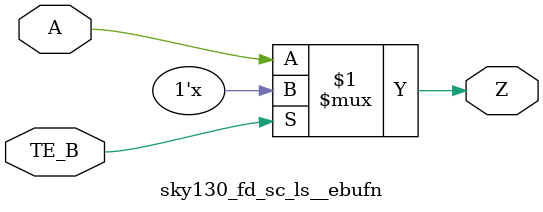
<source format=v>
/*
 * Copyright 2020 The SkyWater PDK Authors
 *
 * Licensed under the Apache License, Version 2.0 (the "License");
 * you may not use this file except in compliance with the License.
 * You may obtain a copy of the License at
 *
 *     https://www.apache.org/licenses/LICENSE-2.0
 *
 * Unless required by applicable law or agreed to in writing, software
 * distributed under the License is distributed on an "AS IS" BASIS,
 * WITHOUT WARRANTIES OR CONDITIONS OF ANY KIND, either express or implied.
 * See the License for the specific language governing permissions and
 * limitations under the License.
 *
 * SPDX-License-Identifier: Apache-2.0
*/


`ifndef SKY130_FD_SC_LS__EBUFN_FUNCTIONAL_V
`define SKY130_FD_SC_LS__EBUFN_FUNCTIONAL_V

/**
 * ebufn: Tri-state buffer, negative enable.
 *
 * Verilog simulation functional model.
 */

`timescale 1ns / 1ps
`default_nettype none

`celldefine
module sky130_fd_sc_ls__ebufn (
    Z   ,
    A   ,
    TE_B
);

    // Module ports
    output Z   ;
    input  A   ;
    input  TE_B;

    //     Name     Output  Other arguments
    bufif0 bufif00 (Z     , A, TE_B        );

endmodule
`endcelldefine

`default_nettype wire
`endif  // SKY130_FD_SC_LS__EBUFN_FUNCTIONAL_V
</source>
